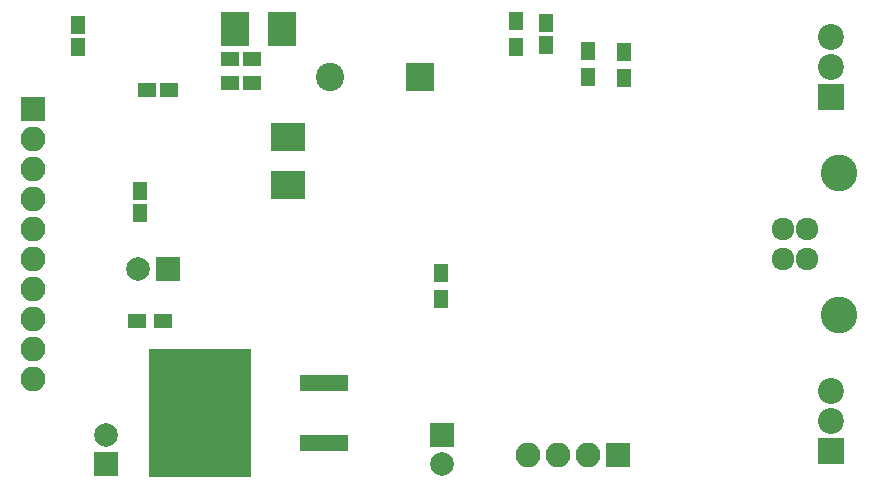
<source format=gbr>
G04 #@! TF.FileFunction,Soldermask,Top*
%FSLAX46Y46*%
G04 Gerber Fmt 4.6, Leading zero omitted, Abs format (unit mm)*
G04 Created by KiCad (PCBNEW 4.0.7-e2-6376~58~ubuntu16.04.1) date Sat Oct 21 11:32:06 2017*
%MOMM*%
%LPD*%
G01*
G04 APERTURE LIST*
%ADD10C,0.100000*%
%ADD11R,2.400000X2.400000*%
%ADD12C,2.400000*%
%ADD13R,1.600000X1.150000*%
%ADD14R,1.150000X1.600000*%
%ADD15R,2.400000X2.900000*%
%ADD16R,2.900000X2.400000*%
%ADD17R,2.200000X2.200000*%
%ADD18C,2.200000*%
%ADD19R,1.300000X1.600000*%
%ADD20R,1.600000X1.300000*%
%ADD21C,1.920000*%
%ADD22C,3.100000*%
%ADD23R,2.100000X2.100000*%
%ADD24O,2.100000X2.100000*%
%ADD25R,2.000000X2.000000*%
%ADD26C,2.000000*%
%ADD27R,4.150000X1.450000*%
%ADD28R,8.700000X10.900000*%
G04 APERTURE END LIST*
D10*
D11*
X142220000Y-86868000D03*
D12*
X134620000Y-86868000D03*
D13*
X121000000Y-88000000D03*
X119100000Y-88000000D03*
X126116000Y-85344000D03*
X128016000Y-85344000D03*
D14*
X152908000Y-84196000D03*
X152908000Y-82296000D03*
X113284000Y-84328000D03*
X113284000Y-82428000D03*
D13*
X126116000Y-87376000D03*
X128016000Y-87376000D03*
D14*
X118550000Y-96500000D03*
X118550000Y-98400000D03*
D15*
X126556000Y-82804000D03*
X130556000Y-82804000D03*
D16*
X131064000Y-91980000D03*
X131064000Y-95980000D03*
D17*
X177000000Y-118540000D03*
D18*
X177000000Y-116000000D03*
X177000000Y-113460000D03*
D17*
X177000000Y-88540000D03*
D18*
X177000000Y-86000000D03*
X177000000Y-83460000D03*
D19*
X150368000Y-84328000D03*
X150368000Y-82128000D03*
D20*
X118300000Y-107500000D03*
X120500000Y-107500000D03*
D19*
X144000000Y-103500000D03*
X144000000Y-105700000D03*
D21*
X173000000Y-102290000D03*
X173000000Y-99750000D03*
X175000000Y-99750000D03*
X175000000Y-102290000D03*
D22*
X177700000Y-107020000D03*
X177700000Y-95020000D03*
D23*
X159004000Y-118872000D03*
D24*
X156464000Y-118872000D03*
X153924000Y-118872000D03*
X151384000Y-118872000D03*
D23*
X109500000Y-89600000D03*
D24*
X109500000Y-92140000D03*
X109500000Y-94680000D03*
X109500000Y-97220000D03*
X109500000Y-99760000D03*
X109500000Y-102300000D03*
X109500000Y-104840000D03*
X109500000Y-107380000D03*
X109500000Y-109920000D03*
X109500000Y-112460000D03*
D25*
X115648000Y-119652000D03*
D26*
X115648000Y-117152000D03*
D25*
X144112000Y-117152000D03*
D26*
X144112000Y-119652000D03*
D19*
X156464000Y-84668000D03*
X156464000Y-86868000D03*
X159512000Y-84752000D03*
X159512000Y-86952000D03*
D25*
X120864000Y-103124000D03*
D26*
X118364000Y-103124000D03*
D27*
X134112000Y-117856000D03*
X134112000Y-112776000D03*
D28*
X123612000Y-115316000D03*
M02*

</source>
